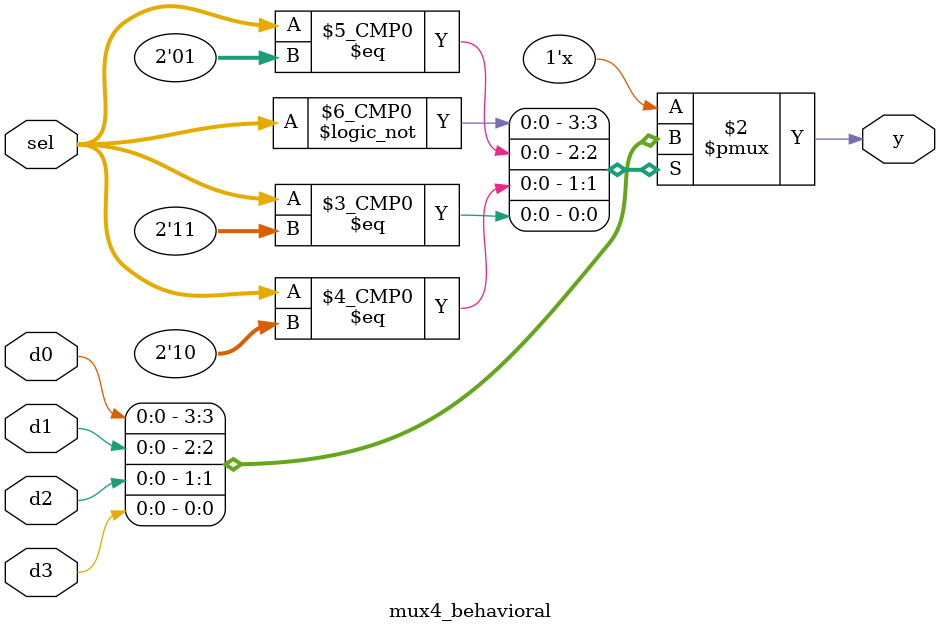
<source format=v>
module mux4_behavioral(
    input  wire d0, d1, d2, d3,
    input  wire [1:0] sel,
    output reg  y
);
    always @(*) begin
        case (sel)
            2'b00: y = d0;
            2'b01: y = d1;
            2'b10: y = d2;
            2'b11: y = d3;
            default: y = 1'bx;
        endcase
    end
endmodule


</source>
